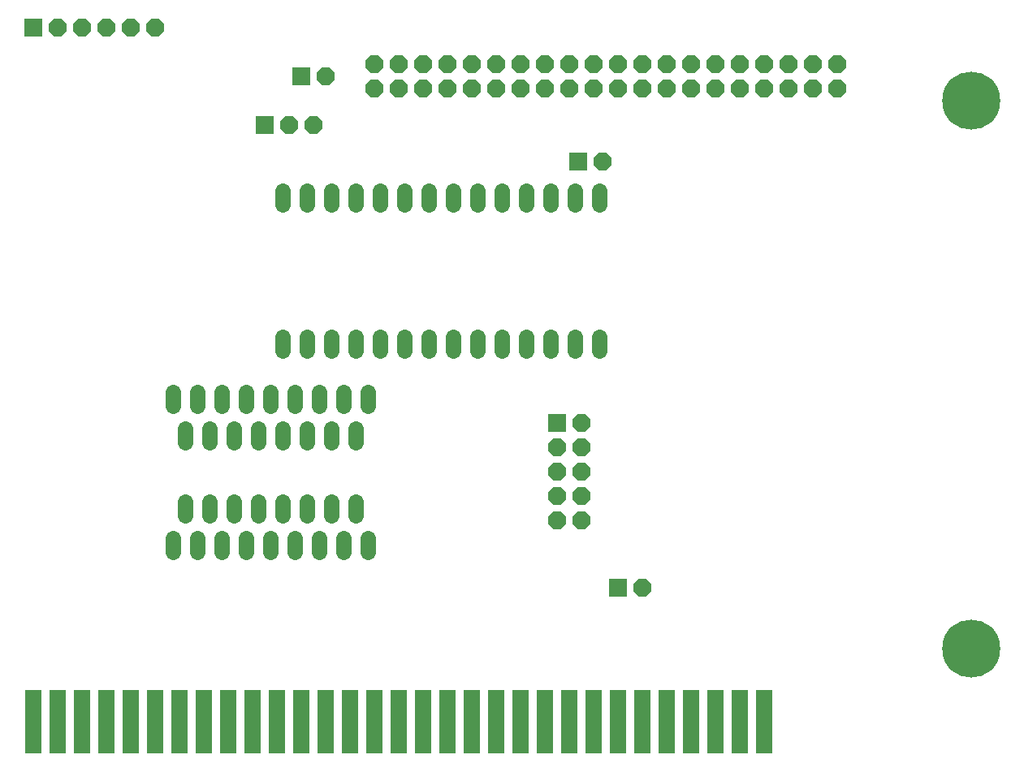
<source format=gbs>
G75*
G70*
%OFA0B0*%
%FSLAX24Y24*%
%IPPOS*%
%LPD*%
%AMOC8*
5,1,8,0,0,1.08239X$1,22.5*
%
%ADD10R,0.0680X0.2630*%
%ADD11C,0.0640*%
%ADD12OC8,0.0720*%
%ADD13R,0.0720X0.0720*%
%ADD14C,0.2380*%
D10*
X008811Y009771D03*
X009811Y009771D03*
X010811Y009771D03*
X011811Y009771D03*
X012811Y009771D03*
X013811Y009771D03*
X014811Y009771D03*
X015811Y009771D03*
X016811Y009771D03*
X017811Y009771D03*
X018811Y009771D03*
X019811Y009771D03*
X020811Y009771D03*
X021811Y009771D03*
X022811Y009771D03*
X023811Y009771D03*
X024811Y009771D03*
X025811Y009771D03*
X026811Y009771D03*
X027811Y009771D03*
X028811Y009771D03*
X029811Y009771D03*
X030811Y009771D03*
X031811Y009771D03*
X032811Y009771D03*
X033811Y009771D03*
X034811Y009771D03*
X035811Y009771D03*
X036811Y009771D03*
X037811Y009771D03*
X038811Y009771D03*
D11*
X022561Y016741D02*
X022561Y017301D01*
X021561Y017301D02*
X021561Y016741D01*
X020561Y016741D02*
X020561Y017301D01*
X019561Y017301D02*
X019561Y016741D01*
X018561Y016741D02*
X018561Y017301D01*
X017561Y017301D02*
X017561Y016741D01*
X016561Y016741D02*
X016561Y017301D01*
X015561Y017301D02*
X015561Y016741D01*
X014561Y016741D02*
X014561Y017301D01*
X015061Y018241D02*
X015061Y018801D01*
X016061Y018801D02*
X016061Y018241D01*
X017061Y018241D02*
X017061Y018801D01*
X018061Y018801D02*
X018061Y018241D01*
X019061Y018241D02*
X019061Y018801D01*
X020061Y018801D02*
X020061Y018241D01*
X021061Y018241D02*
X021061Y018801D01*
X022061Y018801D02*
X022061Y018241D01*
X022061Y021241D02*
X022061Y021801D01*
X021061Y021801D02*
X021061Y021241D01*
X020061Y021241D02*
X020061Y021801D01*
X019061Y021801D02*
X019061Y021241D01*
X018061Y021241D02*
X018061Y021801D01*
X017061Y021801D02*
X017061Y021241D01*
X016061Y021241D02*
X016061Y021801D01*
X015061Y021801D02*
X015061Y021241D01*
X014561Y022741D02*
X014561Y023301D01*
X015561Y023301D02*
X015561Y022741D01*
X016561Y022741D02*
X016561Y023301D01*
X017561Y023301D02*
X017561Y022741D01*
X018561Y022741D02*
X018561Y023301D01*
X019561Y023301D02*
X019561Y022741D01*
X020561Y022741D02*
X020561Y023301D01*
X021561Y023301D02*
X021561Y022741D01*
X022561Y022741D02*
X022561Y023301D01*
X022061Y024991D02*
X022061Y025551D01*
X021061Y025551D02*
X021061Y024991D01*
X020061Y024991D02*
X020061Y025551D01*
X019061Y025551D02*
X019061Y024991D01*
X023061Y024991D02*
X023061Y025551D01*
X024061Y025551D02*
X024061Y024991D01*
X025061Y024991D02*
X025061Y025551D01*
X026061Y025551D02*
X026061Y024991D01*
X027061Y024991D02*
X027061Y025551D01*
X028061Y025551D02*
X028061Y024991D01*
X029061Y024991D02*
X029061Y025551D01*
X030061Y025551D02*
X030061Y024991D01*
X031061Y024991D02*
X031061Y025551D01*
X032061Y025551D02*
X032061Y024991D01*
X032061Y030991D02*
X032061Y031551D01*
X031061Y031551D02*
X031061Y030991D01*
X030061Y030991D02*
X030061Y031551D01*
X029061Y031551D02*
X029061Y030991D01*
X028061Y030991D02*
X028061Y031551D01*
X027061Y031551D02*
X027061Y030991D01*
X026061Y030991D02*
X026061Y031551D01*
X025061Y031551D02*
X025061Y030991D01*
X024061Y030991D02*
X024061Y031551D01*
X023061Y031551D02*
X023061Y030991D01*
X022061Y030991D02*
X022061Y031551D01*
X021061Y031551D02*
X021061Y030991D01*
X020061Y030991D02*
X020061Y031551D01*
X019061Y031551D02*
X019061Y030991D01*
D12*
X019311Y034271D03*
X020311Y034271D03*
X020811Y036271D03*
X022811Y036771D03*
X023811Y036771D03*
X024811Y036771D03*
X025811Y036771D03*
X026811Y036771D03*
X027811Y036771D03*
X028811Y036771D03*
X029811Y036771D03*
X030811Y036771D03*
X031811Y036771D03*
X032811Y036771D03*
X033811Y036771D03*
X034811Y036771D03*
X035811Y036771D03*
X036811Y036771D03*
X037811Y036771D03*
X038811Y036771D03*
X039811Y036771D03*
X040811Y036771D03*
X041811Y036771D03*
X041811Y035771D03*
X040811Y035771D03*
X039811Y035771D03*
X038811Y035771D03*
X037811Y035771D03*
X036811Y035771D03*
X035811Y035771D03*
X034811Y035771D03*
X033811Y035771D03*
X032811Y035771D03*
X031811Y035771D03*
X030811Y035771D03*
X029811Y035771D03*
X028811Y035771D03*
X027811Y035771D03*
X026811Y035771D03*
X025811Y035771D03*
X024811Y035771D03*
X023811Y035771D03*
X022811Y035771D03*
X013811Y038271D03*
X012811Y038271D03*
X011811Y038271D03*
X010811Y038271D03*
X009811Y038271D03*
X032186Y032771D03*
X031311Y022021D03*
X031311Y021021D03*
X030311Y021021D03*
X030311Y020021D03*
X031311Y020021D03*
X031311Y019021D03*
X030311Y019021D03*
X030311Y018021D03*
X031311Y018021D03*
X033811Y015271D03*
D13*
X032811Y015271D03*
X030311Y022021D03*
X031186Y032771D03*
X019811Y036271D03*
X018311Y034271D03*
X008811Y038271D03*
D14*
X047311Y035271D03*
X047311Y012771D03*
M02*

</source>
